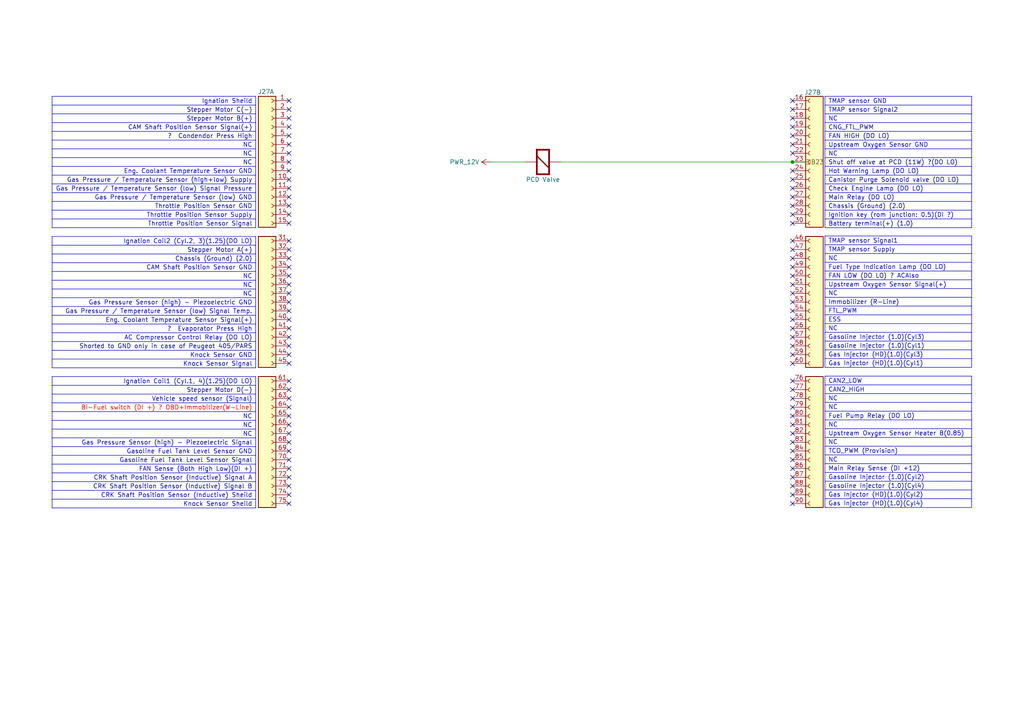
<source format=kicad_sch>
(kicad_sch (version 20250114) (generator "eeschema") (generator_version "9.0")
  (paper "A4")
  (lib_symbols
    (symbol "Elektuur_1:Re" (pin_numbers (hide yes)) (pin_names (offset 0) (hide yes))
      (property "Reference" "Re" (at 0.635 3.175 0))
      (property "Value" "Re" (at 0.635 -3.175 0))
      (symbol "Re_1_0"
        (pin passive line (at 0 5.08 270) (length 3.175) (name "+") (number "1"))
        (pin passive line (at 0 -5.08 90) (length 3.175) (name "-") (number "2"))
      )
      (symbol "Re_1_1"
        (polyline (pts (xy -3.683 -1.905) (xy 3.683 -1.905) (xy 3.683 1.905) (xy -3.683 1.905) (xy -3.683 -1.905) (xy -3.429 -1.651) (xy -3.429 1.651) (xy 3.429 1.651) (xy 3.429 -1.651) (xy -3.429 -1.651) (xy -3.683 -1.905)) (stroke (width 0.254)) (fill (type outline)))
        (polyline (pts (xy -1.778 -1.778) (xy 1.778 1.778)) (stroke (width 0.3556)))
      )
      (symbol "Re_1_2"
        (polyline (pts (xy -3.683 -1.905) (xy 3.683 -1.905) (xy 3.683 1.905) (xy -3.683 1.905) (xy -3.683 -1.905) (xy -3.429 -1.651) (xy -3.429 1.651) (xy 3.429 1.651) (xy 3.429 -1.651) (xy -3.429 -1.651) (xy -3.683 -1.905)) (stroke (width 0.254)) (fill (type outline)))
      )
    )
    (symbol "fab:PWR_12V" (power) (pin_names (offset 0))
      (property "Value" "PWR_12V" (at 0 3.556 0))
      (symbol "PWR_12V_0_1"
        (polyline (pts (xy -0.762 1.27) (xy 0 2.54)))
        (polyline (pts (xy 0 2.54) (xy 0.762 1.27)))
        (polyline (pts (xy 0 0) (xy 0 2.54)))
      )
      (symbol "PWR_12V_1_1"
        (pin power_in line (at 0 0 90) (length 0) (hide yes) (name "PWR_12V") (number "1"))
      )
    )
    (symbol "sicma_socket:Conn_01x90_3Row_Socket" (pin_names (offset 1.016) (hide yes))
      (property "Reference" "J" (at 1.524 60.833 0))
      (property "Value" "Conn_01x90_3Row_Socket" (at 1.397 -61.214 0))
      (symbol "Conn_01x90_3Row_Socket_1_1"
        (rectangle (start -0.508 59.69) (end 4.572 21.717) (stroke (width 0.254)) (fill (type background)))
        (polyline (pts (xy -0.508 58.42) (xy 0.254 58.42)) (stroke (width 0.1524)))
        (polyline (pts (xy -0.508 55.88) (xy 0.254 55.88)) (stroke (width 0.1524)))
        (polyline (pts (xy -0.508 53.34) (xy 0.254 53.34)) (stroke (width 0.1524)))
        (polyline (pts (xy -0.508 50.8) (xy 0.254 50.8)) (stroke (width 0.1524)))
        (polyline (pts (xy -0.508 48.26) (xy 0.254 48.26)) (stroke (width 0.1524)))
        (polyline (pts (xy -0.508 45.72) (xy 0.254 45.72)) (stroke (width 0.1524)))
        (polyline (pts (xy -0.508 43.18) (xy 0.254 43.18)) (stroke (width 0.1524)))
        (polyline (pts (xy -0.508 40.64) (xy 0.254 40.64)) (stroke (width 0.1524)))
        (polyline (pts (xy -0.508 38.1) (xy 0.254 38.1)) (stroke (width 0.1524)))
        (polyline (pts (xy -0.508 35.56) (xy 0.254 35.56)) (stroke (width 0.1524)))
        (polyline (pts (xy -0.508 33.02) (xy 0.254 33.02)) (stroke (width 0.1524)))
        (polyline (pts (xy -0.508 30.48) (xy 0.254 30.48)) (stroke (width 0.1524)))
        (polyline (pts (xy -0.508 27.94) (xy 0.254 27.94)) (stroke (width 0.1524)))
        (polyline (pts (xy -0.508 25.4) (xy 0.254 25.4)) (stroke (width 0.1524)))
        (polyline (pts (xy -0.508 22.86) (xy 0.254 22.86)) (stroke (width 0.1524)))
        (rectangle (start -0.508 19.05) (end 4.572 -18.923) (stroke (width 0.254)) (fill (type background)))
        (polyline (pts (xy -0.508 17.78) (xy 0.254 17.78)) (stroke (width 0.1524)))
        (polyline (pts (xy -0.508 15.24) (xy 0.254 15.24)) (stroke (width 0.1524)))
        (polyline (pts (xy -0.508 12.7) (xy 0.254 12.7)) (stroke (width 0.1524)))
        (polyline (pts (xy -0.508 10.16) (xy 0.254 10.16)) (stroke (width 0.1524)))
        (polyline (pts (xy -0.508 7.62) (xy 0.254 7.62)) (stroke (width 0.1524)))
        (polyline (pts (xy -0.508 5.08) (xy 0.254 5.08)) (stroke (width 0.1524)))
        (polyline (pts (xy -0.508 2.54) (xy 0.254 2.54)) (stroke (width 0.1524)))
        (polyline (pts (xy -0.508 0) (xy 0.254 0)) (stroke (width 0.1524)))
        (polyline (pts (xy -0.508 -2.54) (xy 0.254 -2.54)) (stroke (width 0.1524)))
        (polyline (pts (xy -0.508 -5.08) (xy 0.254 -5.08)) (stroke (width 0.1524)))
        (polyline (pts (xy -0.508 -7.62) (xy 0.254 -7.62)) (stroke (width 0.1524)))
        (polyline (pts (xy -0.508 -10.16) (xy 0.254 -10.16)) (stroke (width 0.1524)))
        (polyline (pts (xy -0.508 -12.7) (xy 0.254 -12.7)) (stroke (width 0.1524)))
        (polyline (pts (xy -0.508 -15.24) (xy 0.254 -15.24)) (stroke (width 0.1524)))
        (polyline (pts (xy -0.508 -17.78) (xy 0.254 -17.78)) (stroke (width 0.1524)))
        (rectangle (start -0.508 -21.59) (end 4.572 -59.563) (stroke (width 0.254)) (fill (type background)))
        (polyline (pts (xy -0.508 -22.86) (xy 0.254 -22.86)) (stroke (width 0.1524)))
        (polyline (pts (xy -0.508 -25.4) (xy 0.254 -25.4)) (stroke (width 0.1524)))
        (polyline (pts (xy -0.508 -27.94) (xy 0.254 -27.94)) (stroke (width 0.1524)))
        (polyline (pts (xy -0.508 -30.48) (xy 0.254 -30.48)) (stroke (width 0.1524)))
        (polyline (pts (xy -0.508 -33.02) (xy 0.254 -33.02)) (stroke (width 0.1524)))
        (polyline (pts (xy -0.508 -35.56) (xy 0.254 -35.56)) (stroke (width 0.1524)))
        (polyline (pts (xy -0.508 -38.1) (xy 0.254 -38.1)) (stroke (width 0.1524)))
        (polyline (pts (xy -0.508 -40.64) (xy 0.254 -40.64)) (stroke (width 0.1524)))
        (polyline (pts (xy -0.508 -43.18) (xy 0.254 -43.18)) (stroke (width 0.1524)))
        (polyline (pts (xy -0.508 -45.72) (xy 0.254 -45.72)) (stroke (width 0.1524)))
        (polyline (pts (xy -0.508 -48.26) (xy 0.254 -48.26)) (stroke (width 0.1524)))
        (polyline (pts (xy -0.508 -50.8) (xy 0.254 -50.8)) (stroke (width 0.1524)))
        (polyline (pts (xy -0.508 -53.34) (xy 0.254 -53.34)) (stroke (width 0.1524)))
        (polyline (pts (xy -0.508 -55.88) (xy 0.254 -55.88)) (stroke (width 0.1524)))
        (polyline (pts (xy -0.508 -58.42) (xy 0.254 -58.42)) (stroke (width 0.1524)))
        (arc (start 0.762 57.912) (mid 0.2562 58.42) (end 0.762 58.928) (stroke (width 0.1524)))
        (arc (start 0.762 55.372) (mid 0.2562 55.88) (end 0.762 56.388) (stroke (width 0.1524)))
        (arc (start 0.762 52.832) (mid 0.2562 53.34) (end 0.762 53.848) (stroke (width 0.1524)))
        (arc (start 0.762 50.292) (mid 0.2562 50.8) (end 0.762 51.308) (stroke (width 0.1524)))
        (arc (start 0.762 47.752) (mid 0.2562 48.26) (end 0.762 48.768) (stroke (width 0.1524)))
        (arc (start 0.762 45.212) (mid 0.2562 45.72) (end 0.762 46.228) (stroke (width 0.1524)))
        (arc (start 0.762 42.672) (mid 0.2562 43.18) (end 0.762 43.688) (stroke (width 0.1524)))
        (arc (start 0.762 40.132) (mid 0.2562 40.64) (end 0.762 41.148) (stroke (width 0.1524)))
        (arc (start 0.762 37.592) (mid 0.2562 38.1) (end 0.762 38.608) (stroke (width 0.1524)))
        (arc (start 0.762 35.052) (mid 0.2562 35.56) (end 0.762 36.068) (stroke (width 0.1524)))
        (arc (start 0.762 32.512) (mid 0.2562 33.02) (end 0.762 33.528) (stroke (width 0.1524)))
        (arc (start 0.762 29.972) (mid 0.2562 30.48) (end 0.762 30.988) (stroke (width 0.1524)))
        (arc (start 0.762 27.432) (mid 0.2562 27.94) (end 0.762 28.448) (stroke (width 0.1524)))
        (arc (start 0.762 24.892) (mid 0.2562 25.4) (end 0.762 25.908) (stroke (width 0.1524)))
        (arc (start 0.762 22.352) (mid 0.2562 22.86) (end 0.762 23.368) (stroke (width 0.1524)))
        (arc (start 0.762 17.272) (mid 0.2562 17.78) (end 0.762 18.288) (stroke (width 0.1524)))
        (arc (start 0.762 14.732) (mid 0.2562 15.24) (end 0.762 15.748) (stroke (width 0.1524)))
        (arc (start 0.762 12.192) (mid 0.2562 12.7) (end 0.762 13.208) (stroke (width 0.1524)))
        (arc (start 0.762 9.652) (mid 0.2562 10.16) (end 0.762 10.668) (stroke (width 0.1524)))
        (arc (start 0.762 7.112) (mid 0.2562 7.62) (end 0.762 8.128) (stroke (width 0.1524)))
        (arc (start 0.762 4.572) (mid 0.2562 5.08) (end 0.762 5.588) (stroke (width 0.1524)))
        (arc (start 0.762 2.032) (mid 0.2562 2.54) (end 0.762 3.048) (stroke (width 0.1524)))
        (arc (start 0.762 -0.508) (mid 0.2562 0) (end 0.762 0.508) (stroke (width 0.1524)))
        (arc (start 0.762 -3.048) (mid 0.2562 -2.54) (end 0.762 -2.032) (stroke (width 0.1524)))
        (arc (start 0.762 -5.588) (mid 0.2562 -5.08) (end 0.762 -4.572) (stroke (width 0.1524)))
        (arc (start 0.762 -8.128) (mid 0.2562 -7.62) (end 0.762 -7.112) (stroke (width 0.1524)))
        (arc (start 0.762 -10.668) (mid 0.2562 -10.16) (end 0.762 -9.652) (stroke (width 0.1524)))
        (arc (start 0.762 -13.208) (mid 0.2562 -12.7) (end 0.762 -12.192) (stroke (width 0.1524)))
        (arc (start 0.762 -15.748) (mid 0.2562 -15.24) (end 0.762 -14.732) (stroke (width 0.1524)))
        (arc (start 0.762 -18.288) (mid 0.2562 -17.78) (end 0.762 -17.272) (stroke (width 0.1524)))
        (arc (start 0.762 -23.368) (mid 0.2562 -22.86) (end 0.762 -22.352) (stroke (width 0.1524)))
        (arc (start 0.762 -25.908) (mid 0.2562 -25.4) (end 0.762 -24.892) (stroke (width 0.1524)))
        (arc (start 0.762 -28.448) (mid 0.2562 -27.94) (end 0.762 -27.432) (stroke (width 0.1524)))
        (arc (start 0.762 -30.988) (mid 0.2562 -30.48) (end 0.762 -29.972) (stroke (width 0.1524)))
        (arc (start 0.762 -33.528) (mid 0.2562 -33.02) (end 0.762 -32.512) (stroke (width 0.1524)))
        (arc (start 0.762 -36.068) (mid 0.2562 -35.56) (end 0.762 -35.052) (stroke (width 0.1524)))
        (arc (start 0.762 -38.608) (mid 0.2562 -38.1) (end 0.762 -37.592) (stroke (width 0.1524)))
        (arc (start 0.762 -41.148) (mid 0.2562 -40.64) (end 0.762 -40.132) (stroke (width 0.1524)))
        (arc (start 0.762 -43.688) (mid 0.2562 -43.18) (end 0.762 -42.672) (stroke (width 0.1524)))
        (arc (start 0.762 -46.228) (mid 0.2562 -45.72) (end 0.762 -45.212) (stroke (width 0.1524)))
        (arc (start 0.762 -48.768) (mid 0.2562 -48.26) (end 0.762 -47.752) (stroke (width 0.1524)))
        (arc (start 0.762 -51.308) (mid 0.2562 -50.8) (end 0.762 -50.292) (stroke (width 0.1524)))
        (arc (start 0.762 -53.848) (mid 0.2562 -53.34) (end 0.762 -52.832) (stroke (width 0.1524)))
        (arc (start 0.762 -56.388) (mid 0.2562 -55.88) (end 0.762 -55.372) (stroke (width 0.1524)))
        (arc (start 0.762 -58.928) (mid 0.2562 -58.42) (end 0.762 -57.912) (stroke (width 0.1524)))
        (pin passive line (at -4.318 58.42 0) (length 3.81) (name "A1") (number "1"))
        (pin passive line (at -4.318 55.88 0) (length 3.81) (name "A2") (number "2"))
        (pin passive line (at -4.318 53.34 0) (length 3.81) (name "A3") (number "3"))
        (pin passive line (at -4.318 50.8 0) (length 3.81) (name "A4") (number "4"))
        (pin passive line (at -4.318 48.26 0) (length 3.81) (name "A5") (number "5"))
        (pin passive line (at -4.318 45.72 0) (length 3.81) (name "A6") (number "6"))
        (pin passive line (at -4.318 43.18 0) (length 3.81) (name "A7") (number "7"))
        (pin passive line (at -4.318 40.64 0) (length 3.81) (name "A8") (number "8"))
        (pin passive line (at -4.318 38.1 0) (length 3.81) (name "A9") (number "9"))
        (pin passive line (at -4.318 35.56 0) (length 3.81) (name "A10") (number "10"))
        (pin passive line (at -4.318 33.02 0) (length 3.81) (name "A11") (number "11"))
        (pin passive line (at -4.318 30.48 0) (length 3.81) (name "A12") (number "12"))
        (pin passive line (at -4.318 27.94 0) (length 3.81) (name "A13") (number "13"))
        (pin passive line (at -4.318 25.4 0) (length 3.81) (name "A14") (number "14"))
        (pin passive line (at -4.318 22.86 0) (length 3.81) (name "A15") (number "15"))
        (pin passive line (at -4.318 17.78 0) (length 3.81) (name "A31") (number "31"))
        (pin passive line (at -4.318 15.24 0) (length 3.81) (name "A32") (number "32"))
        (pin passive line (at -4.318 12.7 0) (length 3.81) (name "A33") (number "33"))
        (pin passive line (at -4.318 10.16 0) (length 3.81) (name "A34") (number "34"))
        (pin passive line (at -4.318 7.62 0) (length 3.81) (name "A35") (number "35"))
        (pin passive line (at -4.318 5.08 0) (length 3.81) (name "A36") (number "36"))
        (pin passive line (at -4.318 2.54 0) (length 3.81) (name "A37") (number "37"))
        (pin passive line (at -4.318 0 0) (length 3.81) (name "A38") (number "38"))
        (pin passive line (at -4.318 -2.54 0) (length 3.81) (name "A39") (number "39"))
        (pin passive line (at -4.318 -5.08 0) (length 3.81) (name "A40") (number "40"))
        (pin passive line (at -4.318 -7.62 0) (length 3.81) (name "A41") (number "41"))
        (pin passive line (at -4.318 -10.16 0) (length 3.81) (name "A42") (number "42"))
        (pin passive line (at -4.318 -12.7 0) (length 3.81) (name "A43") (number "43"))
        (pin passive line (at -4.318 -15.24 0) (length 3.81) (name "A44") (number "44"))
        (pin passive line (at -4.318 -17.78 0) (length 3.81) (name "A45") (number "45"))
        (pin passive line (at -4.318 -22.86 0) (length 3.81) (name "A61") (number "61"))
        (pin passive line (at -4.318 -25.4 0) (length 3.81) (name "A62") (number "62"))
        (pin passive line (at -4.318 -27.94 0) (length 3.81) (name "A63") (number "63"))
        (pin passive line (at -4.318 -30.48 0) (length 3.81) (name "A64") (number "64"))
        (pin passive line (at -4.318 -33.02 0) (length 3.81) (name "A65") (number "65"))
        (pin passive line (at -4.318 -35.56 0) (length 3.81) (name "A66") (number "66"))
        (pin passive line (at -4.318 -38.1 0) (length 3.81) (name "A67") (number "67"))
        (pin passive line (at -4.318 -40.64 0) (length 3.81) (name "A68") (number "68"))
        (pin passive line (at -4.318 -43.18 0) (length 3.81) (name "A69") (number "69"))
        (pin passive line (at -4.318 -45.72 0) (length 3.81) (name "A70") (number "70"))
        (pin passive line (at -4.318 -48.26 0) (length 3.81) (name "A71") (number "71"))
        (pin passive line (at -4.318 -50.8 0) (length 3.81) (name "A72") (number "72"))
        (pin passive line (at -4.318 -53.34 0) (length 3.81) (name "A73") (number "73"))
        (pin passive line (at -4.318 -55.88 0) (length 3.81) (name "A74") (number "74"))
        (pin passive line (at -4.318 -58.42 0) (length 3.81) (name "A75") (number "75"))
      )
      (symbol "Conn_01x90_3Row_Socket_2_1"
        (rectangle (start -0.508 59.69) (end 4.572 21.717) (stroke (width 0.254)) (fill (type background)))
        (polyline (pts (xy -0.508 58.42) (xy 0.254 58.42)) (stroke (width 0.1524)))
        (polyline (pts (xy -0.508 55.88) (xy 0.254 55.88)) (stroke (width 0.1524)))
        (polyline (pts (xy -0.508 53.34) (xy 0.254 53.34)) (stroke (width 0.1524)))
        (polyline (pts (xy -0.508 50.8) (xy 0.254 50.8)) (stroke (width 0.1524)))
        (polyline (pts (xy -0.508 48.26) (xy 0.254 48.26)) (stroke (width 0.1524)))
        (polyline (pts (xy -0.508 45.72) (xy 0.254 45.72)) (stroke (width 0.1524)))
        (polyline (pts (xy -0.508 43.18) (xy 0.254 43.18)) (stroke (width 0.1524)))
        (polyline (pts (xy -0.508 40.64) (xy 0.254 40.64)) (stroke (width 0.1524)))
        (polyline (pts (xy -0.508 38.1) (xy 0.254 38.1)) (stroke (width 0.1524)))
        (polyline (pts (xy -0.508 35.56) (xy 0.254 35.56)) (stroke (width 0.1524)))
        (polyline (pts (xy -0.508 33.02) (xy 0.254 33.02)) (stroke (width 0.1524)))
        (polyline (pts (xy -0.508 30.48) (xy 0.254 30.48)) (stroke (width 0.1524)))
        (polyline (pts (xy -0.508 27.94) (xy 0.254 27.94)) (stroke (width 0.1524)))
        (polyline (pts (xy -0.508 25.4) (xy 0.254 25.4)) (stroke (width 0.1524)))
        (polyline (pts (xy -0.508 22.86) (xy 0.254 22.86)) (stroke (width 0.1524)))
        (rectangle (start -0.508 19.05) (end 4.572 -18.923) (stroke (width 0.254)) (fill (type background)))
        (polyline (pts (xy -0.508 17.78) (xy 0.254 17.78)) (stroke (width 0.1524)))
        (polyline (pts (xy -0.508 15.24) (xy 0.254 15.24)) (stroke (width 0.1524)))
        (polyline (pts (xy -0.508 12.7) (xy 0.254 12.7)) (stroke (width 0.1524)))
        (polyline (pts (xy -0.508 10.16) (xy 0.254 10.16)) (stroke (width 0.1524)))
        (polyline (pts (xy -0.508 7.62) (xy 0.254 7.62)) (stroke (width 0.1524)))
        (polyline (pts (xy -0.508 5.08) (xy 0.254 5.08)) (stroke (width 0.1524)))
        (polyline (pts (xy -0.508 2.54) (xy 0.254 2.54)) (stroke (width 0.1524)))
        (polyline (pts (xy -0.508 0) (xy 0.254 0)) (stroke (width 0.1524)))
        (polyline (pts (xy -0.508 -2.54) (xy 0.254 -2.54)) (stroke (width 0.1524)))
        (polyline (pts (xy -0.508 -5.08) (xy 0.254 -5.08)) (stroke (width 0.1524)))
        (polyline (pts (xy -0.508 -7.62) (xy 0.254 -7.62)) (stroke (width 0.1524)))
        (polyline (pts (xy -0.508 -10.16) (xy 0.254 -10.16)) (stroke (width 0.1524)))
        (polyline (pts (xy -0.508 -12.7) (xy 0.254 -12.7)) (stroke (width 0.1524)))
        (polyline (pts (xy -0.508 -15.24) (xy 0.254 -15.24)) (stroke (width 0.1524)))
        (polyline (pts (xy -0.508 -17.78) (xy 0.254 -17.78)) (stroke (width 0.1524)))
        (rectangle (start -0.508 -21.59) (end 4.572 -59.563) (stroke (width 0.254)) (fill (type background)))
        (polyline (pts (xy -0.508 -22.86) (xy 0.254 -22.86)) (stroke (width 0.1524)))
        (polyline (pts (xy -0.508 -25.4) (xy 0.254 -25.4)) (stroke (width 0.1524)))
        (polyline (pts (xy -0.508 -27.94) (xy 0.254 -27.94)) (stroke (width 0.1524)))
        (polyline (pts (xy -0.508 -30.48) (xy 0.254 -30.48)) (stroke (width 0.1524)))
        (polyline (pts (xy -0.508 -33.02) (xy 0.254 -33.02)) (stroke (width 0.1524)))
        (polyline (pts (xy -0.508 -35.56) (xy 0.254 -35.56)) (stroke (width 0.1524)))
        (polyline (pts (xy -0.508 -38.1) (xy 0.254 -38.1)) (stroke (width 0.1524)))
        (polyline (pts (xy -0.508 -40.64) (xy 0.254 -40.64)) (stroke (width 0.1524)))
        (polyline (pts (xy -0.508 -43.18) (xy 0.254 -43.18)) (stroke (width 0.1524)))
        (polyline (pts (xy -0.508 -45.72) (xy 0.254 -45.72)) (stroke (width 0.1524)))
        (polyline (pts (xy -0.508 -48.26) (xy 0.254 -48.26)) (stroke (width 0.1524)))
        (polyline (pts (xy -0.508 -50.8) (xy 0.254 -50.8)) (stroke (width 0.1524)))
        (polyline (pts (xy -0.508 -53.34) (xy 0.254 -53.34)) (stroke (width 0.1524)))
        (polyline (pts (xy -0.508 -55.88) (xy 0.254 -55.88)) (stroke (width 0.1524)))
        (polyline (pts (xy -0.508 -58.42) (xy 0.254 -58.42)) (stroke (width 0.1524)))
        (arc (start 0.762 57.912) (mid 0.2562 58.42) (end 0.762 58.928) (stroke (width 0.1524)))
        (arc (start 0.762 55.372) (mid 0.2562 55.88) (end 0.762 56.388) (stroke (width 0.1524)))
        (arc (start 0.762 52.832) (mid 0.2562 53.34) (end 0.762 53.848) (stroke (width 0.1524)))
        (arc (start 0.762 50.292) (mid 0.2562 50.8) (end 0.762 51.308) (stroke (width 0.1524)))
        (arc (start 0.762 47.752) (mid 0.2562 48.26) (end 0.762 48.768) (stroke (width 0.1524)))
        (arc (start 0.762 45.212) (mid 0.2562 45.72) (end 0.762 46.228) (stroke (width 0.1524)))
        (arc (start 0.762 42.672) (mid 0.2562 43.18) (end 0.762 43.688) (stroke (width 0.1524)))
        (arc (start 0.762 40.132) (mid 0.2562 40.64) (end 0.762 41.148) (stroke (width 0.1524)))
        (arc (start 0.762 37.592) (mid 0.2562 38.1) (end 0.762 38.608) (stroke (width 0.1524)))
        (arc (start 0.762 35.052) (mid 0.2562 35.56) (end 0.762 36.068) (stroke (width 0.1524)))
        (arc (start 0.762 32.512) (mid 0.2562 33.02) (end 0.762 33.528) (stroke (width 0.1524)))
        (arc (start 0.762 29.972) (mid 0.2562 30.48) (end 0.762 30.988) (stroke (width 0.1524)))
        (arc (start 0.762 27.432) (mid 0.2562 27.94) (end 0.762 28.448) (stroke (width 0.1524)))
        (arc (start 0.762 24.892) (mid 0.2562 25.4) (end 0.762 25.908) (stroke (width 0.1524)))
        (arc (start 0.762 22.352) (mid 0.2562 22.86) (end 0.762 23.368) (stroke (width 0.1524)))
        (arc (start 0.762 17.272) (mid 0.2562 17.78) (end 0.762 18.288) (stroke (width 0.1524)))
        (arc (start 0.762 14.732) (mid 0.2562 15.24) (end 0.762 15.748) (stroke (width 0.1524)))
        (arc (start 0.762 12.192) (mid 0.2562 12.7) (end 0.762 13.208) (stroke (width 0.1524)))
        (arc (start 0.762 9.652) (mid 0.2562 10.16) (end 0.762 10.668) (stroke (width 0.1524)))
        (arc (start 0.762 7.112) (mid 0.2562 7.62) (end 0.762 8.128) (stroke (width 0.1524)))
        (arc (start 0.762 4.572) (mid 0.2562 5.08) (end 0.762 5.588) (stroke (width 0.1524)))
        (arc (start 0.762 2.032) (mid 0.2562 2.54) (end 0.762 3.048) (stroke (width 0.1524)))
        (arc (start 0.762 -0.508) (mid 0.2562 0) (end 0.762 0.508) (stroke (width 0.1524)))
        (arc (start 0.762 -3.048) (mid 0.2562 -2.54) (end 0.762 -2.032) (stroke (width 0.1524)))
        (arc (start 0.762 -5.588) (mid 0.2562 -5.08) (end 0.762 -4.572) (stroke (width 0.1524)))
        (arc (start 0.762 -8.128) (mid 0.2562 -7.62) (end 0.762 -7.112) (stroke (width 0.1524)))
        (arc (start 0.762 -10.668) (mid 0.2562 -10.16) (end 0.762 -9.652) (stroke (width 0.1524)))
        (arc (start 0.762 -13.208) (mid 0.2562 -12.7) (end 0.762 -12.192) (stroke (width 0.1524)))
        (arc (start 0.762 -15.748) (mid 0.2562 -15.24) (end 0.762 -14.732) (stroke (width 0.1524)))
        (arc (start 0.762 -18.288) (mid 0.2562 -17.78) (end 0.762 -17.272) (stroke (width 0.1524)))
        (arc (start 0.762 -23.368) (mid 0.2562 -22.86) (end 0.762 -22.352) (stroke (width 0.1524)))
        (arc (start 0.762 -25.908) (mid 0.2562 -25.4) (end 0.762 -24.892) (stroke (width 0.1524)))
        (arc (start 0.762 -28.448) (mid 0.2562 -27.94) (end 0.762 -27.432) (stroke (width 0.1524)))
        (arc (start 0.762 -30.988) (mid 0.2562 -30.48) (end 0.762 -29.972) (stroke (width 0.1524)))
        (arc (start 0.762 -33.528) (mid 0.2562 -33.02) (end 0.762 -32.512) (stroke (width 0.1524)))
        (arc (start 0.762 -36.068) (mid 0.2562 -35.56) (end 0.762 -35.052) (stroke (width 0.1524)))
        (arc (start 0.762 -38.608) (mid 0.2562 -38.1) (end 0.762 -37.592) (stroke (width 0.1524)))
        (arc (start 0.762 -41.148) (mid 0.2562 -40.64) (end 0.762 -40.132) (stroke (width 0.1524)))
        (arc (start 0.762 -43.688) (mid 0.2562 -43.18) (end 0.762 -42.672) (stroke (width 0.1524)))
        (arc (start 0.762 -46.228) (mid 0.2562 -45.72) (end 0.762 -45.212) (stroke (width 0.1524)))
        (arc (start 0.762 -48.768) (mid 0.2562 -48.26) (end 0.762 -47.752) (stroke (width 0.1524)))
        (arc (start 0.762 -51.308) (mid 0.2562 -50.8) (end 0.762 -50.292) (stroke (width 0.1524)))
        (arc (start 0.762 -53.848) (mid 0.2562 -53.34) (end 0.762 -52.832) (stroke (width 0.1524)))
        (arc (start 0.762 -56.388) (mid 0.2562 -55.88) (end 0.762 -55.372) (stroke (width 0.1524)))
        (arc (start 0.762 -58.928) (mid 0.2562 -58.42) (end 0.762 -57.912) (stroke (width 0.1524)))
        (pin passive line (at -4.318 58.42 0) (length 3.81) (name "B16") (number "16"))
        (pin passive line (at -4.318 55.88 0) (length 3.81) (name "B17") (number "17"))
        (pin passive line (at -4.318 53.34 0) (length 3.81) (name "B18") (number "18"))
        (pin passive line (at -4.318 50.8 0) (length 3.81) (name "B19") (number "19"))
        (pin passive line (at -4.318 48.26 0) (length 3.81) (name "B20") (number "20"))
        (pin passive line (at -4.318 45.72 0) (length 3.81) (name "B21") (number "21"))
        (pin passive line (at -4.318 43.18 0) (length 3.81) (name "B22") (number "22"))
        (pin passive line (at -4.318 40.64 0) (length 3.81) (name "B23") (number "23"))
        (pin passive line (at -4.318 38.1 0) (length 3.81) (name "B24") (number "24"))
        (pin passive line (at -4.318 35.56 0) (length 3.81) (name "B25") (number "25"))
        (pin passive line (at -4.318 33.02 0) (length 3.81) (name "B26") (number "26"))
        (pin passive line (at -4.318 30.48 0) (length 3.81) (name "B27") (number "27"))
        (pin passive line (at -4.318 27.94 0) (length 3.81) (name "B28") (number "28"))
        (pin passive line (at -4.318 25.4 0) (length 3.81) (name "B29") (number "29"))
        (pin passive line (at -4.318 22.86 0) (length 3.81) (name "B30") (number "30"))
        (pin passive line (at -4.318 17.78 0) (length 3.81) (name "B46") (number "46"))
        (pin passive line (at -4.318 15.24 0) (length 3.81) (name "B47") (number "47"))
        (pin passive line (at -4.318 12.7 0) (length 3.81) (name "B48") (number "48"))
        (pin passive line (at -4.318 10.16 0) (length 3.81) (name "B49") (number "49"))
        (pin passive line (at -4.318 7.62 0) (length 3.81) (name "B50") (number "50"))
        (pin passive line (at -4.318 5.08 0) (length 3.81) (name "B51") (number "51"))
        (pin passive line (at -4.318 2.54 0) (length 3.81) (name "B52") (number "52"))
        (pin passive line (at -4.318 0 0) (length 3.81) (name "B53") (number "53"))
        (pin passive line (at -4.318 -2.54 0) (length 3.81) (name "B54") (number "54"))
        (pin passive line (at -4.318 -5.08 0) (length 3.81) (name "B55") (number "55"))
        (pin passive line (at -4.318 -7.62 0) (length 3.81) (name "B56") (number "56"))
        (pin passive line (at -4.318 -10.16 0) (length 3.81) (name "B57") (number "57"))
        (pin passive line (at -4.318 -12.7 0) (length 3.81) (name "B58") (number "58"))
        (pin passive line (at -4.318 -15.24 0) (length 3.81) (name "B59") (number "59"))
        (pin passive line (at -4.318 -17.78 0) (length 3.81) (name "B60") (number "60"))
        (pin passive line (at -4.318 -22.86 0) (length 3.81) (name "B76") (number "76"))
        (pin passive line (at -4.318 -25.4 0) (length 3.81) (name "B77") (number "77"))
        (pin passive line (at -4.318 -27.94 0) (length 3.81) (name "B78") (number "78"))
        (pin passive line (at -4.318 -30.48 0) (length 3.81) (name "B79") (number "79"))
        (pin passive line (at -4.318 -33.02 0) (length 3.81) (name "B80") (number "80"))
        (pin passive line (at -4.318 -35.56 0) (length 3.81) (name "B81") (number "81"))
        (pin passive line (at -4.318 -38.1 0) (length 3.81) (name "B82") (number "82"))
        (pin passive line (at -4.318 -40.64 0) (length 3.81) (name "B83") (number "83"))
        (pin passive line (at -4.318 -43.18 0) (length 3.81) (name "B84") (number "84"))
        (pin passive line (at -4.318 -45.72 0) (length 3.81) (name "B85") (number "85"))
        (pin passive line (at -4.318 -48.26 0) (length 3.81) (name "B86") (number "86"))
        (pin passive line (at -4.318 -50.8 0) (length 3.81) (name "B87") (number "87"))
        (pin passive line (at -4.318 -53.34 0) (length 3.81) (name "B88") (number "88"))
        (pin passive line (at -4.318 -55.88 0) (length 3.81) (name "B89") (number "89"))
        (pin passive line (at -4.318 -58.42 0) (length 3.81) (name "B90") (number "90"))
      )
    )
  )
  (junction (at 229.87 46.99))
  (no_connect (at 83.82 130.81))
  (no_connect (at 229.87 29.21))
  (no_connect (at 229.87 82.55))
  (no_connect (at 83.82 138.43))
  (no_connect (at 83.82 62.23))
  (no_connect (at 229.87 92.71))
  (no_connect (at 229.87 57.15))
  (no_connect (at 83.82 36.83))
  (no_connect (at 229.87 118.11))
  (no_connect (at 229.87 105.41))
  (no_connect (at 229.87 128.27))
  (no_connect (at 229.87 31.75))
  (no_connect (at 83.82 74.93))
  (no_connect (at 229.87 64.77))
  (no_connect (at 83.82 90.17))
  (no_connect (at 229.87 36.83))
  (no_connect (at 83.82 95.25))
  (no_connect (at 83.82 125.73))
  (no_connect (at 83.82 34.29))
  (no_connect (at 83.82 97.79))
  (no_connect (at 229.87 90.17))
  (no_connect (at 229.87 85.09))
  (no_connect (at 229.87 34.29))
  (no_connect (at 229.87 80.01))
  (no_connect (at 83.82 87.63))
  (no_connect (at 229.87 120.65))
  (no_connect (at 83.82 31.75))
  (no_connect (at 83.82 52.07))
  (no_connect (at 83.82 92.71))
  (no_connect (at 83.82 44.45))
  (no_connect (at 229.87 113.03))
  (no_connect (at 229.87 138.43))
  (no_connect (at 229.87 39.37))
  (no_connect (at 83.82 39.37))
  (no_connect (at 83.82 118.11))
  (no_connect (at 83.82 115.57))
  (no_connect (at 229.87 146.05))
  (no_connect (at 229.87 143.51))
  (no_connect (at 83.82 100.33))
  (no_connect (at 83.82 29.21))
  (no_connect (at 83.82 105.41))
  (no_connect (at 83.82 123.19))
  (no_connect (at 83.82 120.65))
  (no_connect (at 83.82 140.97))
  (no_connect (at 83.82 54.61))
  (no_connect (at 83.82 85.09))
  (no_connect (at 229.87 41.91))
  (no_connect (at 229.87 102.87))
  (no_connect (at 83.82 69.85))
  (no_connect (at 229.87 74.93))
  (no_connect (at 229.87 130.81))
  (no_connect (at 229.87 140.97))
  (no_connect (at 229.87 97.79))
  (no_connect (at 83.82 77.47))
  (no_connect (at 229.87 87.63))
  (no_connect (at 229.87 49.53))
  (no_connect (at 229.87 95.25))
  (no_connect (at 83.82 82.55))
  (no_connect (at 83.82 143.51))
  (no_connect (at 229.87 54.61))
  (no_connect (at 83.82 64.77))
  (no_connect (at 229.87 44.45))
  (no_connect (at 229.87 69.85))
  (no_connect (at 83.82 135.89))
  (no_connect (at 229.87 135.89))
  (no_connect (at 83.82 46.99))
  (no_connect (at 83.82 110.49))
  (no_connect (at 83.82 59.69))
  (no_connect (at 229.87 125.73))
  (no_connect (at 229.87 133.35))
  (no_connect (at 229.87 62.23))
  (no_connect (at 83.82 128.27))
  (no_connect (at 229.87 123.19))
  (no_connect (at 83.82 72.39))
  (no_connect (at 229.87 52.07))
  (no_connect (at 229.87 115.57))
  (no_connect (at 83.82 57.15))
  (no_connect (at 229.87 77.47))
  (no_connect (at 83.82 102.87))
  (no_connect (at 83.82 133.35))
  (no_connect (at 229.87 110.49))
  (no_connect (at 83.82 41.91))
  (no_connect (at 229.87 100.33))
  (no_connect (at 83.82 146.05))
  (no_connect (at 83.82 113.03))
  (no_connect (at 229.87 59.69))
  (no_connect (at 83.82 80.01))
  (no_connect (at 83.82 49.53))
  (no_connect (at 229.87 72.39))
  (wire (pts (xy 142.24 46.99) (xy 152.4 46.99)))
  (wire (pts (xy 162.56 46.99) (xy 229.87 46.99)))
  (wire (pts (xy 233.68 46.99) (xy 229.87 46.99)))
  (table (column_count 1) (border (external yes) (header yes)) (separators (rows yes) (cols yes)) (column_widths 42.545) (row_heights 2.54 2.54 2.54 2.54 2.54 2.54 2.54 2.54 2.54 2.54 2.54 2.54 2.54 2.54 2.54) (cells (table_cell "CAN2_LOW" (at 239.268 109.093 0) (size 42.545 2.54) (margins 0.9525 0.9525 0.9525 0.9525) (span 1 1)) (table_cell "CAN2_HIGH" (at 239.268 111.633 0) (size 42.545 2.54) (margins 0.9525 0.9525 0.9525 0.9525) (span 1 1)) (table_cell "NC" (at 239.268 114.173 0) (size 42.545 2.54) (margins 0.9525 0.9525 0.9525 0.9525) (span 1 1)) (table_cell "NC" (at 239.268 116.713 0) (size 42.545 2.54) (margins 0.9525 0.9525 0.9525 0.9525) (span 1 1)) (table_cell "Fuel Pump Relay (DO LO)" (at 239.268 119.253 0) (size 42.545 2.54) (margins 0.9525 0.9525 0.9525 0.9525) (span 1 1)) (table_cell "NC" (at 239.268 121.793 0) (size 42.545 2.54) (margins 0.9525 0.9525 0.9525 0.9525) (span 1 1)) (table_cell "Upstream Oxygen Sensor Heater B(0.85)" (at 239.268 124.333 0) (size 42.545 2.54) (margins 0.9525 0.9525 0.9525 0.9525) (span 1 1)) (table_cell "NC" (at 239.268 126.873 0) (size 42.545 2.54) (margins 0.9525 0.9525 0.9525 0.9525) (span 1 1)) (table_cell "TCO_PWM (Provision)" (at 239.268 129.413 0) (size 42.545 2.54) (margins 0.9525 0.9525 0.9525 0.9525) (span 1 1)) (table_cell "NC" (at 239.268 131.953 0) (size 42.545 2.54) (margins 0.9525 0.9525 0.9525 0.9525) (span 1 1)) (table_cell "Main Relay Sense (DI +12)" (at 239.268 134.493 0) (size 42.545 2.54) (margins 0.9525 0.9525 0.9525 0.9525) (span 1 1)) (table_cell "Gasoline Injector (1.0)(Cyl2)" (at 239.268 137.033 0) (size 42.545 2.54) (margins 0.9525 0.9525 0.9525 0.9525) (span 1 1)) (table_cell "Gasoline Injector (1.0)(Cyl4)" (at 239.268 139.573 0) (size 42.545 2.54) (margins 0.9525 0.9525 0.9525 0.9525) (span 1 1)) (table_cell "Gas Injector (HD)(1.0)(Cyl2)" (at 239.268 142.113 0) (size 42.545 2.54) (margins 0.9525 0.9525 0.9525 0.9525) (span 1 1)) (table_cell "Gas Injector (HD)(1.0)(Cyl4)" (at 239.268 144.653 0) (size 42.545 2.54) (margins 0.9525 0.9525 0.9525 0.9525) (span 1 1))))
  (table (column_count 1) (border (external yes) (header no)) (separators (rows yes) (cols no)) (column_widths 59.055) (row_heights 2.54 2.54 2.54 2.54 2.54 2.54 2.54 2.54 2.54 2.54 2.54 2.54 2.54 2.54 2.54) (cells (table_cell "Ignation Sheild" (at 15.113 27.94 0) (size 59.055 2.54) (margins 0.9525 0.9525 0.9525 0.9525) (span 1 1)) (table_cell "Stepper Motor C(-)" (at 15.113 30.48 0) (size 59.055 2.54) (margins 0.9525 0.9525 0.9525 0.9525) (span 1 1)) (table_cell "Stepper Motor B(+)" (at 15.113 33.02 0) (size 59.055 2.54) (margins 0.9525 0.9525 0.9525 0.9525) (span 1 1)) (table_cell "CAM Shaft Position Sensor Signal(+)" (at 15.113 35.56 0) (size 59.055 2.54) (margins 0.9525 0.9525 0.9525 0.9525) (span 1 1)) (table_cell "?  Condendor Press High" (at 15.113 38.1 0) (size 59.055 2.54) (margins 0.9525 0.9525 0.9525 0.9525) (span 1 1)) (table_cell "NC" (at 15.113 40.64 0) (size 59.055 2.54) (margins 0.9525 0.9525 0.9525 0.9525) (span 1 1)) (table_cell "NC" (at 15.113 43.18 0) (size 59.055 2.54) (margins 0.9525 0.9525 0.9525 0.9525) (span 1 1)) (table_cell "NC" (at 15.113 45.72 0) (size 59.055 2.54) (margins 0.9525 0.9525 0.9525 0.9525) (span 1 1)) (table_cell "Eng. Coolant Temperature Sensor GND" (at 15.113 48.26 0) (size 59.055 2.54) (margins 0.9525 0.9525 0.9525 0.9525) (span 1 1)) (table_cell "Gas Pressure / Temperature Sensor (high+low) Supply" (at 15.113 50.8 0) (size 59.055 2.54) (margins 0.9525 0.9525 0.9525 0.9525) (span 1 1)) (table_cell "Gas Pressure / Temperature Sensor (low) Signal Pressure" (at 15.113 53.34 0) (size 59.055 2.54) (margins 0.9525 0.9525 0.9525 0.9525) (span 1 1)) (table_cell "Gas Pressure / Temperature Sensor (low) GND" (at 15.113 55.88 0) (size 59.055 2.54) (margins 0.9525 0.9525 0.9525 0.9525) (span 1 1)) (table_cell "Throttle Position Sensor GND" (at 15.113 58.42 0) (size 59.055 2.54) (margins 0.9525 0.9525 0.9525 0.9525) (span 1 1)) (table_cell "Throttle Position Sensor Supply" (at 15.113 60.96 0) (size 59.055 2.54) (margins 0.9525 0.9525 0.9525 0.9525) (span 1 1)) (table_cell "Throttle Position Sensor Signal" (at 15.113 63.5 0) (size 59.055 2.54) (margins 0.9525 0.9525 0.9525 0.9525) (span 1 1))))
  (table (column_count 1) (border (external yes) (header yes)) (separators (rows yes) (cols yes)) (column_widths 42.545) (row_heights 2.54 2.54 2.54 2.54 2.54 2.54 2.54 2.54 2.54 2.54 2.54 2.54 2.54 2.54 2.54) (cells (table_cell "TMAP sensor Signal1" (at 239.268 68.453 0) (size 42.545 2.54) (margins 0.9525 0.9525 0.9525 0.9525) (span 1 1)) (table_cell "TMAP sensor Supply" (at 239.268 70.993 0) (size 42.545 2.54) (margins 0.9525 0.9525 0.9525 0.9525) (span 1 1)) (table_cell "NC" (at 239.268 73.533 0) (size 42.545 2.54) (margins 0.9525 0.9525 0.9525 0.9525) (span 1 1)) (table_cell "Fuel Type Indication Lamp (DO LO)" (at 239.268 76.073 0) (size 42.545 2.54) (margins 0.9525 0.9525 0.9525 0.9525) (span 1 1)) (table_cell "FAN LOW (DO LO) ? ACAlso" (at 239.268 78.613 0) (size 42.545 2.54) (margins 0.9525 0.9525 0.9525 0.9525) (span 1 1)) (table_cell "Upstream Oxygen Sensor Signal(+)" (at 239.268 81.153 0) (size 42.545 2.54) (margins 0.9525 0.9525 0.9525 0.9525) (span 1 1)) (table_cell "NC" (at 239.268 83.693 0) (size 42.545 2.54) (margins 0.9525 0.9525 0.9525 0.9525) (span 1 1)) (table_cell "Immobilizer (R-Line)" (at 239.268 86.233 0) (size 42.545 2.54) (margins 0.9525 0.9525 0.9525 0.9525) (span 1 1)) (table_cell "FTL_PWM" (at 239.268 88.773 0) (size 42.545 2.54) (margins 0.9525 0.9525 0.9525 0.9525) (span 1 1)) (table_cell "ESS" (at 239.268 91.313 0) (size 42.545 2.54) (margins 0.9525 0.9525 0.9525 0.9525) (span 1 1)) (table_cell "NC" (at 239.268 93.853 0) (size 42.545 2.54) (margins 0.9525 0.9525 0.9525 0.9525) (span 1 1)) (table_cell "Gasoline Injector (1.0)(Cyl3)" (at 239.268 96.393 0) (size 42.545 2.54) (margins 0.9525 0.9525 0.9525 0.9525) (span 1 1)) (table_cell "Gasoline Injector (1.0)(Cyl1)" (at 239.268 98.933 0) (size 42.545 2.54) (margins 0.9525 0.9525 0.9525 0.9525) (span 1 1)) (table_cell "Gas Injector (HD)(1.0)(Cyl3)" (at 239.268 101.473 0) (size 42.545 2.54) (margins 0.9525 0.9525 0.9525 0.9525) (span 1 1)) (table_cell "Gas Injector (HD)(1.0)(Cyl1)" (at 239.268 104.013 0) (size 42.545 2.54) (margins 0.9525 0.9525 0.9525 0.9525) (span 1 1))))
  (table (column_count 1) (border (external yes) (header yes)) (separators (rows yes) (cols yes)) (column_widths 59.055) (row_heights 2.54 2.54 2.54 2.54 2.54 2.54 2.54 2.54 2.54 2.54 2.54 2.54 2.54 2.54 2.54) (cells (table_cell "Ignation Coil2 (Cyl.2, 3)(1.25)(DO LO)" (at 15.113 68.58 0) (size 59.055 2.54) (margins 0.9525 0.9525 0.9525 0.9525) (span 1 1)) (table_cell "Stepper Motor A(+)" (at 15.113 71.12 0) (size 59.055 2.54) (margins 0.9525 0.9525 0.9525 0.9525) (span 1 1)) (table_cell "Chassis (Ground) (2.0)" (at 15.113 73.66 0) (size 59.055 2.54) (margins 0.9525 0.9525 0.9525 0.9525) (span 1 1)) (table_cell "CAM Shaft Position Sensor GND" (at 15.113 76.2 0) (size 59.055 2.54) (margins 0.9525 0.9525 0.9525 0.9525) (span 1 1)) (table_cell "NC" (at 15.113 78.74 0) (size 59.055 2.54) (margins 0.9525 0.9525 0.9525 0.9525) (span 1 1)) (table_cell "NC" (at 15.113 81.28 0) (size 59.055 2.54) (margins 0.9525 0.9525 0.9525 0.9525) (span 1 1)) (table_cell "NC" (at 15.113 83.82 0) (size 59.055 2.54) (margins 0.9525 0.9525 0.9525 0.9525) (span 1 1)) (table_cell "Gas Pressure Sensor (high) - Piezoelectric GND" (at 15.113 86.36 0) (size 59.055 2.54) (margins 0.9525 0.9525 0.9525 0.9525) (span 1 1)) (table_cell "Gas Pressure / Temperature Sensor (low) Signal Temp." (at 15.113 88.9 0) (size 59.055 2.54) (margins 0.9525 0.9525 0.9525 0.9525) (span 1 1)) (table_cell "Eng. Coolant Temperature Sensor Signal(+)" (at 15.113 91.44 0) (size 59.055 2.54) (margins 0.9525 0.9525 0.9525 0.9525) (span 1 1)) (table_cell "?  Evaporator Press High" (at 15.113 93.98 0) (size 59.055 2.54) (margins 0.9525 0.9525 0.9525 0.9525) (span 1 1)) (table_cell "AC Compressor Control Relay (DO LO)" (at 15.113 96.52 0) (size 59.055 2.54) (margins 0.9525 0.9525 0.9525 0.9525) (span 1 1)) (table_cell "Shorted to GND only in case of Peugeot 405/PARS" (at 15.113 99.06 0) (size 59.055 2.54) (margins 0.9525 0.9525 0.9525 0.9525) (span 1 1)) (table_cell "Knock Sensor GND" (at 15.113 101.6 0) (size 59.055 2.54) (margins 0.9525 0.9525 0.9525 0.9525) (span 1 1)) (table_cell "Knock Sensor Signal" (at 15.113 104.14 0) (size 59.055 2.54) (margins 0.9525 0.9525 0.9525 0.9525) (span 1 1))))
  (table (column_count 1) (border (external yes) (header yes)) (separators (rows yes) (cols yes)) (column_widths 59.055) (row_heights 2.54 2.54 2.54 2.54 2.54 2.54 2.54 2.54 2.54 2.54 2.54 2.54 2.54 2.54 2.54) (cells (table_cell "Ignation Coil1 (Cyl.1, 4)(1.25)(DO LO)" (at 15.113 109.22 0) (size 59.055 2.54) (margins 0.9525 0.9525 0.9525 0.9525) (span 1 1)) (table_cell "Stepper Motor D(-)" (at 15.113 111.76 0) (size 59.055 2.54) (margins 0.9525 0.9525 0.9525 0.9525) (span 1 1)) (table_cell "Vehicle speed sensor (Signal)" (at 15.113 114.3 0) (size 59.055 2.54) (margins 0.9525 0.9525 0.9525 0.9525) (span 1 1)) (table_cell "Bi-Fuel switch (DI +) ? OBD+Immobilizer(W-Line)" (at 15.113 116.84 0) (size 59.055 2.54) (margins 0.9525 0.9525 0.9525 0.9525) (span 1 1)) (table_cell "NC" (at 15.113 119.38 0) (size 59.055 2.54) (margins 0.9525 0.9525 0.9525 0.9525) (span 1 1)) (table_cell "NC" (at 15.113 121.92 0) (size 59.055 2.54) (margins 0.9525 0.9525 0.9525 0.9525) (span 1 1)) (table_cell "NC" (at 15.113 124.46 0) (size 59.055 2.54) (margins 0.9525 0.9525 0.9525 0.9525) (span 1 1)) (table_cell "Gas Pressure Sensor (high) - Piezoelectric Signal" (at 15.113 127 0) (size 59.055 2.54) (margins 0.9525 0.9525 0.9525 0.9525) (span 1 1)) (table_cell "Gasoline Fuel Tank Level Sensor GND" (at 15.113 129.54 0) (size 59.055 2.54) (margins 0.9525 0.9525 0.9525 0.9525) (span 1 1)) (table_cell "Gasoline Fuel Tank Level Sensor Signal" (at 15.113 132.08 0) (size 59.055 2.54) (margins 0.9525 0.9525 0.9525 0.9525) (span 1 1)) (table_cell "FAN Sense (Both High Low)(DI +)" (at 15.113 134.62 0) (size 59.055 2.54) (margins 0.9525 0.9525 0.9525 0.9525) (span 1 1)) (table_cell "CRK Shaft Position Sensor (Inductive) Signal A" (at 15.113 137.16 0) (size 59.055 2.54) (margins 0.9525 0.9525 0.9525 0.9525) (span 1 1)) (table_cell "CRK Shaft Position Sensor (Inductive) Signal B" (at 15.113 139.7 0) (size 59.055 2.54) (margins 0.9525 0.9525 0.9525 0.9525) (span 1 1)) (table_cell "CRK Shaft Position Sensor (Inductive) Sheild" (at 15.113 142.24 0) (size 59.055 2.54) (margins 0.9525 0.9525 0.9525 0.9525) (span 1 1)) (table_cell "Knock Sensor Sheild" (at 15.113 144.78 0) (size 59.055 2.54) (margins 0.9525 0.9525 0.9525 0.9525) (span 1 1))))
  (table (column_count 1) (border (external yes) (header yes)) (separators (rows yes) (cols yes)) (column_widths 42.545) (row_heights 2.54 2.54 2.54 2.54 2.54 2.54 2.54 2.54 2.54 2.54 2.54 2.54 2.54 2.54 2.54) (cells (table_cell "TMAP sensor GND" (at 239.268 27.94 0) (size 42.545 2.54) (margins 0.9525 0.9525 0.9525 0.9525) (span 1 1)) (table_cell "TMAP sensor Signal2" (at 239.268 30.48 0) (size 42.545 2.54) (margins 0.9525 0.9525 0.9525 0.9525) (span 1 1)) (table_cell "NC" (at 239.268 33.02 0) (size 42.545 2.54) (margins 0.9525 0.9525 0.9525 0.9525) (span 1 1)) (table_cell "CNG_FTL_PWM" (at 239.268 35.56 0) (size 42.545 2.54) (margins 0.9525 0.9525 0.9525 0.9525) (span 1 1)) (table_cell "FAN HIGH (DO LO)" (at 239.268 38.1 0) (size 42.545 2.54) (margins 0.9525 0.9525 0.9525 0.9525) (span 1 1)) (table_cell "Upstream Oxygen Sensor GND" (at 239.268 40.64 0) (size 42.545 2.54) (margins 0.9525 0.9525 0.9525 0.9525) (span 1 1)) (table_cell "NC" (at 239.268 43.18 0) (size 42.545 2.54) (margins 0.9525 0.9525 0.9525 0.9525) (span 1 1)) (table_cell "Shut off valve at PCD (11W) ?(DO LO)" (at 239.268 45.72 0) (size 42.545 2.54) (margins 0.9525 0.9525 0.9525 0.9525) (span 1 1)) (table_cell "Hot Warning Lamp (DO LO)" (at 239.268 48.26 0) (size 42.545 2.54) (margins 0.9525 0.9525 0.9525 0.9525) (span 1 1)) (table_cell "Canistor Purge Solenoid valve (DO LO)" (at 239.268 50.8 0) (size 42.545 2.54) (margins 0.9525 0.9525 0.9525 0.9525) (span 1 1)) (table_cell "Check Engine Lamp (DO LO)" (at 239.268 53.34 0) (size 42.545 2.54) (margins 0.9525 0.9525 0.9525 0.9525) (span 1 1)) (table_cell "Main Relay (DO LO)" (at 239.268 55.88 0) (size 42.545 2.54) (margins 0.9525 0.9525 0.9525 0.9525) (span 1 1)) (table_cell "Chassis (Ground) (2.0)" (at 239.268 58.42 0) (size 42.545 2.54) (margins 0.9525 0.9525 0.9525 0.9525) (span 1 1)) (table_cell "Ignition key (rom junction: 0.5)(DI ?)" (at 239.268 60.96 0) (size 42.545 2.54) (margins 0.9525 0.9525 0.9525 0.9525) (span 1 1)) (table_cell "Battery terminal(+) (1.0)" (at 239.268 63.5 0) (size 42.545 2.54) (margins 0.9525 0.9525 0.9525 0.9525) (span 1 1))))
  (hierarchical_label "B23" (shape passive) (at 233.68 46.99 0))
  (symbol (lib_id "sicma_socket:Conn_01x90_3Row_Socket") (at 79.502 87.63 0) (mirror y) (unit 1)
    (property "Reference" "J27" (at 79.502 26.6064 0) (effects (justify left)))
    (property "Value" "Conn_01x90_3Row_Socket" (effects (hide yes)))
    (property "Description" "\"Duble connector, triple row, 03x30, unit letter first pin numbering scheme (pin number form 1 to 90\"" (effects (hide yes)))
  )
  (symbol (lib_id "Elektuur_1:Re") (at 157.48 46.99 270) (unit 1) (in_bom no) (on_board no)
    (property "Reference" "Re11" (effects (hide yes)))
    (property "Value" "PCD Valve" (at 157.4801 52.07 90))
    (property "Description" "operating/relay device/coil; electromagnetic actuator (solenoid)" (effects (hide yes)))
    (property "Sim.Pins" "1=1 2=2" (effects (hide yes)))
    (property "Sim.Device" "SPICE" (effects (hide yes)))
    (property "Sim.Params" "X" (effects (hide yes)))
    (property "Indicator" "+" (effects (hide yes)))
    (property "Rating" "V/Ω" (effects (hide yes)))
  )
  (symbol (lib_id "sicma_socket:Conn_01x90_3Row_Socket") (at 234.188 87.63 0) (unit 2)
    (property "Reference" "J27" (at 235.712 26.797 0))
    (property "Value" "Conn_01x90_3Row_Socket" (effects (hide yes)))
    (property "Description" "\"Duble connector, triple row, 03x30, unit letter first pin numbering scheme (pin number form 1 to 90\"" (effects (hide yes)))
  )
  (symbol (lib_id "fab:PWR_12V") (at 142.24 46.99 90) (unit 1)
    (property "Reference" "#PWR0350" (effects (hide yes)))
    (property "Value" "PWR_12V" (at 139.065 46.9901 90) (effects (justify left)))
    (property "Description" "Power symbol creates a global label with name \"+12V\"" (effects (hide yes)))
  )
)
</source>
